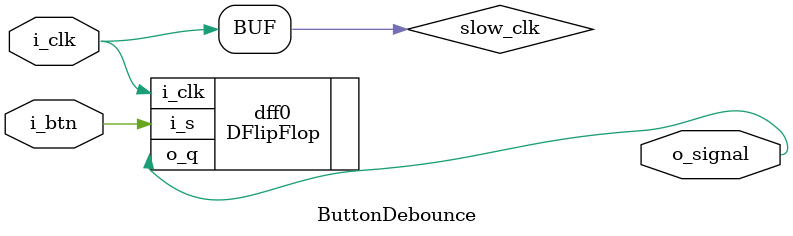
<source format=sv>
module ButtonDebounce #(STANDALONE=0, CDIV_BITS=18) (
    input i_btn,
    input i_clk,
    output o_signal
    );
    
    logic slow_clk;
    
    generate
        if(STANDALONE) begin
            // STANDALONE enabled -> External fast clock has to be divided
            CLKDivider #(.N_BITS(CDIV_BITS)) clock_div(
                .i_clk,
                .o_sclk(slow_clk)
            );
        end
        else begin
            // STANDALONE disabled -> External slow clock
            assign slow_clk = i_clk;
        end
    endgenerate
    
    DFlipFlop dff0(
        .i_s(i_btn),
        .i_clk(slow_clk),
        .o_q(o_signal)
    );
endmodule
</source>
